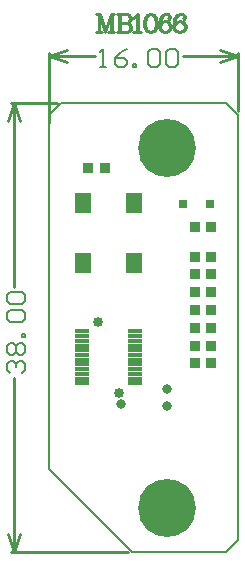
<source format=gbr>
%FSTAX23Y23*%
%MOIN*%
%SFA1B1*%

%IPPOS*%
%ADD17C,0.010000*%
%ADD18C,0.005000*%
%ADD19C,0.006000*%
%ADD27R,0.038000X0.038000*%
%ADD28R,0.047370X0.017055*%
%ADD29R,0.031622X0.025716*%
%ADD30R,0.058000X0.068000*%
%ADD31C,0.033590*%
%ADD32C,0.193039*%
%ADD33C,0.031622*%
%LNmb1066-1*%
%LPD*%
G54D17*
X00629Y01469D02*
Y01663D01*
X0Y01429D02*
Y01663D01*
X00444Y01653D02*
X00629D01*
X0D02*
X00153D01*
X00569Y01673D02*
X00629Y01653D01*
X00569Y01633D02*
X00629Y01653D01*
X0D02*
X0006Y01633D01*
X0Y01653D02*
X0006Y01673D01*
X-00128Y01496D02*
X00026D01*
X-00128Y0D02*
X00263D01*
X-00118Y00882D02*
Y01496D01*
Y0D02*
Y00581D01*
X-00138Y01436D02*
X-00118Y01496D01*
X-00098Y01436*
X-00118Y0D02*
X-00098Y0006D01*
X-00138D02*
X-00118Y0D01*
X00166Y01792D02*
Y01732D01*
X00168Y01792D02*
X00186Y0174D01*
X00166Y01792D02*
X00186Y01732D01*
X00206Y01792D02*
X00186Y01732D01*
X00206Y01792D02*
Y01732D01*
X00208Y01792D02*
Y01732D01*
X00157Y01792D02*
X00168D01*
X00206D02*
X00217D01*
X00157Y01732D02*
X00174D01*
X00197D02*
X00217D01*
X00232Y01792D02*
Y01732D01*
X00235Y01792D02*
Y01732D01*
X00224Y01792D02*
X00258D01*
X00267Y01789*
X0027Y01786*
X00272Y0178*
Y01775*
X0027Y01769*
X00267Y01766*
X00258Y01763*
Y01792D02*
X00264Y01789D01*
X00267Y01786*
X0027Y0178*
Y01775*
X00267Y01769*
X00264Y01766*
X00258Y01763*
X00235D02*
X00258D01*
X00267Y0176*
X0027Y01757*
X00272Y01752*
Y01743*
X0027Y01737*
X00267Y01735*
X00258Y01732*
X00224*
X00258Y01763D02*
X00264Y0176D01*
X00267Y01757*
X0027Y01752*
Y01743*
X00267Y01737*
X00264Y01735*
X00258Y01732*
X0028Y0178D02*
X00286Y01783D01*
X00295Y01792*
Y01732*
X00292Y01789D02*
Y01732D01*
X0028D02*
X00306D01*
X00334Y01792D02*
X00325Y01789D01*
X00319Y0178*
X00316Y01766*
Y01757*
X00319Y01743*
X00325Y01735*
X00334Y01732*
X00339*
X00348Y01735*
X00354Y01743*
X00356Y01757*
Y01766*
X00354Y0178*
X00348Y01789*
X00339Y01792*
X00334*
X00328Y01789*
X00325Y01786*
X00322Y0178*
X00319Y01766*
Y01757*
X00322Y01743*
X00325Y01737*
X00328Y01735*
X00334Y01732*
X00339D02*
X00345Y01735D01*
X00348Y01737*
X00351Y01743*
X00354Y01757*
Y01766*
X00351Y0178*
X00348Y01786*
X00345Y01789*
X00339Y01792*
X004Y01783D02*
X00397Y0178D01*
X004Y01777*
X00402Y0178*
Y01783*
X004Y01789*
X00394Y01792*
X00385*
X00377Y01789*
X00371Y01783*
X00368Y01777*
X00365Y01766*
Y01749*
X00368Y0174*
X00374Y01735*
X00382Y01732*
X00388*
X00397Y01735*
X00402Y0174*
X00405Y01749*
Y01752*
X00402Y0176*
X00397Y01766*
X00388Y01769*
X00385*
X00377Y01766*
X00371Y0176*
X00368Y01752*
X00385Y01792D02*
X0038Y01789D01*
X00374Y01783*
X00371Y01777*
X00368Y01766*
Y01749*
X00371Y0174*
X00377Y01735*
X00382Y01732*
X00388D02*
X00394Y01735D01*
X004Y0174*
X00402Y01749*
Y01752*
X004Y0176*
X00394Y01766*
X00388Y01769*
X00448Y01783D02*
X00445Y0178D01*
X00448Y01777*
X00451Y0178*
Y01783*
X00448Y01789*
X00443Y01792*
X00434*
X00425Y01789*
X0042Y01783*
X00417Y01777*
X00414Y01766*
Y01749*
X00417Y0174*
X00423Y01735*
X00431Y01732*
X00437*
X00445Y01735*
X00451Y0174*
X00454Y01749*
Y01752*
X00451Y0176*
X00445Y01766*
X00437Y01769*
X00434*
X00425Y01766*
X0042Y0176*
X00417Y01752*
X00434Y01792D02*
X00428Y01789D01*
X00423Y01783*
X0042Y01777*
X00417Y01766*
Y01749*
X0042Y0174*
X00425Y01735*
X00431Y01732*
X00437D02*
X00443Y01735D01*
X00448Y0174*
X00451Y01749*
Y01752*
X00448Y0176*
X00443Y01766*
X00437Y01769*
G54D18*
X0Y00275D02*
Y00354D01*
X0059Y0D02*
X00629Y00039D01*
X0059Y01496D02*
X00629Y01456D01*
Y00039D02*
Y01456D01*
X0Y00275D02*
Y01456D01*
Y00275D02*
X00275Y0D01*
X0Y01456D02*
X00039Y01496D01*
X0059*
X00275Y0D02*
X0059D01*
G54D19*
X00169Y01617D02*
X00188D01*
X00179*
Y01677*
X00169Y01667*
X00258Y01677D02*
X00238Y01667D01*
X00218Y01647*
Y01627*
X00228Y01617*
X00248*
X00258Y01627*
Y01637*
X00248Y01647*
X00218*
X00278Y01617D02*
Y01627D01*
X00288*
Y01617*
X00278*
X00328Y01667D02*
X00338Y01677D01*
X00358*
X00368Y01667*
Y01627*
X00358Y01617*
X00338*
X00328Y01627*
Y01667*
X00388D02*
X00398Y01677D01*
X00418*
X00428Y01667*
Y01627*
X00418Y01617*
X00398*
X00388Y01627*
Y01667*
X-00132Y00597D02*
X-00142Y00607D01*
Y00627*
X-00132Y00637*
X-00122*
X-00112Y00627*
Y00617*
Y00627*
X-00102Y00637*
X-00092*
X-00082Y00627*
Y00607*
X-00092Y00597*
X-00132Y00657D02*
X-00142Y00667D01*
Y00687*
X-00132Y00697*
X-00122*
X-00112Y00687*
X-00102Y00697*
X-00092*
X-00082Y00687*
Y00667*
X-00092Y00657*
X-00102*
X-00112Y00667*
X-00122Y00657*
X-00132*
X-00112Y00667D02*
Y00687D01*
X-00082Y00717D02*
X-00092D01*
Y00727*
X-00082*
Y00717*
X-00132Y00767D02*
X-00142Y00777D01*
Y00797*
X-00132Y00807*
X-00092*
X-00082Y00797*
Y00777*
X-00092Y00767*
X-00132*
Y00827D02*
X-00142Y00836D01*
Y00856*
X-00132Y00866*
X-00092*
X-00082Y00856*
Y00836*
X-00092Y00827*
X-00132*
G54D27*
X00539Y00866D03*
X00484D03*
X00539Y00925D03*
X00484D03*
Y01082D03*
X00539D03*
Y00629D03*
X00484D03*
X00539Y00688D03*
X00484D03*
Y00807D03*
X00539D03*
Y00748D03*
X00484D03*
X00539Y00984D03*
X00484D03*
X00184Y01279D03*
X00129D03*
G54D28*
X00108Y0072D03*
X00285D03*
X00108Y00704D03*
X00285D03*
X00108Y00688D03*
X00285D03*
X00108Y00673D03*
X00285D03*
Y00657D03*
X00108Y00641D03*
X00285D03*
X00108Y00625D03*
X00285D03*
X00108Y0061D03*
X00285D03*
X00108Y00594D03*
X00285D03*
X00108Y00578D03*
X00285D03*
X00108Y00562D03*
X00285D03*
Y00736D03*
X00108D03*
Y00657D03*
G54D29*
X00447Y01161D03*
X00537D03*
G54D30*
X00281Y01162D03*
Y00962D03*
X00111D03*
Y01162D03*
G54D31*
X00232Y00531D03*
X00161Y00767D03*
G54D32*
X00393Y01348D03*
Y00147D03*
G54D33*
X00392Y00488D03*
X0024Y00492D03*
X00393Y00543D03*
M02*
</source>
